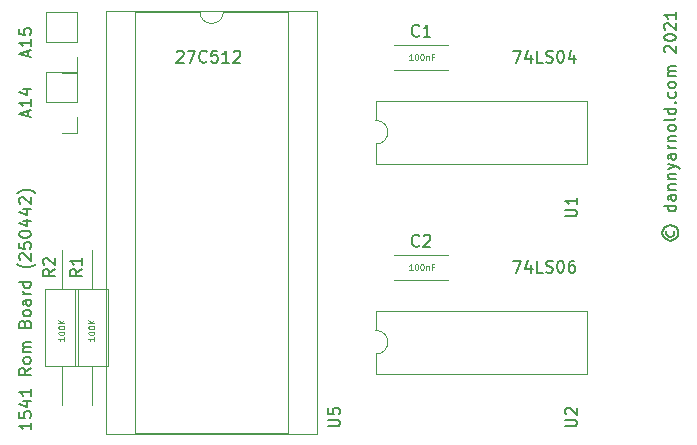
<source format=gbr>
%TF.GenerationSoftware,KiCad,Pcbnew,(5.1.9)-1*%
%TF.CreationDate,2021-07-20T08:15:42+01:00*%
%TF.ProjectId,romboard,726f6d62-6f61-4726-942e-6b696361645f,rev?*%
%TF.SameCoordinates,Original*%
%TF.FileFunction,Legend,Top*%
%TF.FilePolarity,Positive*%
%FSLAX46Y46*%
G04 Gerber Fmt 4.6, Leading zero omitted, Abs format (unit mm)*
G04 Created by KiCad (PCBNEW (5.1.9)-1) date 2021-07-20 08:15:42*
%MOMM*%
%LPD*%
G01*
G04 APERTURE LIST*
%ADD10C,0.125000*%
%ADD11C,0.150000*%
%ADD12C,0.120000*%
G04 APERTURE END LIST*
D10*
X88435310Y-89739873D02*
X88435310Y-90025587D01*
X88435310Y-89882730D02*
X87935310Y-89882730D01*
X88006739Y-89930349D01*
X88054358Y-89977968D01*
X88078167Y-90025587D01*
X87935310Y-89430349D02*
X87935310Y-89382730D01*
X87959120Y-89335111D01*
X87982929Y-89311301D01*
X88030548Y-89287492D01*
X88125786Y-89263682D01*
X88244834Y-89263682D01*
X88340072Y-89287492D01*
X88387691Y-89311301D01*
X88411500Y-89335111D01*
X88435310Y-89382730D01*
X88435310Y-89430349D01*
X88411500Y-89477968D01*
X88387691Y-89501778D01*
X88340072Y-89525587D01*
X88244834Y-89549397D01*
X88125786Y-89549397D01*
X88030548Y-89525587D01*
X87982929Y-89501778D01*
X87959120Y-89477968D01*
X87935310Y-89430349D01*
X87935310Y-88954159D02*
X87935310Y-88906540D01*
X87959120Y-88858920D01*
X87982929Y-88835111D01*
X88030548Y-88811301D01*
X88125786Y-88787492D01*
X88244834Y-88787492D01*
X88340072Y-88811301D01*
X88387691Y-88835111D01*
X88411500Y-88858920D01*
X88435310Y-88906540D01*
X88435310Y-88954159D01*
X88411500Y-89001778D01*
X88387691Y-89025587D01*
X88340072Y-89049397D01*
X88244834Y-89073206D01*
X88125786Y-89073206D01*
X88030548Y-89049397D01*
X87982929Y-89025587D01*
X87959120Y-89001778D01*
X87935310Y-88954159D01*
X88435310Y-88573206D02*
X87935310Y-88573206D01*
X88435310Y-88287492D02*
X88149596Y-88501778D01*
X87935310Y-88287492D02*
X88221024Y-88573206D01*
X90975310Y-89739873D02*
X90975310Y-90025587D01*
X90975310Y-89882730D02*
X90475310Y-89882730D01*
X90546739Y-89930349D01*
X90594358Y-89977968D01*
X90618167Y-90025587D01*
X90475310Y-89430349D02*
X90475310Y-89382730D01*
X90499120Y-89335111D01*
X90522929Y-89311301D01*
X90570548Y-89287492D01*
X90665786Y-89263682D01*
X90784834Y-89263682D01*
X90880072Y-89287492D01*
X90927691Y-89311301D01*
X90951500Y-89335111D01*
X90975310Y-89382730D01*
X90975310Y-89430349D01*
X90951500Y-89477968D01*
X90927691Y-89501778D01*
X90880072Y-89525587D01*
X90784834Y-89549397D01*
X90665786Y-89549397D01*
X90570548Y-89525587D01*
X90522929Y-89501778D01*
X90499120Y-89477968D01*
X90475310Y-89430349D01*
X90475310Y-88954159D02*
X90475310Y-88906540D01*
X90499120Y-88858920D01*
X90522929Y-88835111D01*
X90570548Y-88811301D01*
X90665786Y-88787492D01*
X90784834Y-88787492D01*
X90880072Y-88811301D01*
X90927691Y-88835111D01*
X90951500Y-88858920D01*
X90975310Y-88906540D01*
X90975310Y-88954159D01*
X90951500Y-89001778D01*
X90927691Y-89025587D01*
X90880072Y-89049397D01*
X90784834Y-89073206D01*
X90665786Y-89073206D01*
X90570548Y-89049397D01*
X90522929Y-89025587D01*
X90499120Y-89001778D01*
X90475310Y-88954159D01*
X90975310Y-88573206D02*
X90475310Y-88573206D01*
X90975310Y-88287492D02*
X90689596Y-88501778D01*
X90475310Y-88287492D02*
X90761024Y-88573206D01*
X117915310Y-84048730D02*
X117629596Y-84048730D01*
X117772453Y-84048730D02*
X117772453Y-83548730D01*
X117724834Y-83620159D01*
X117677215Y-83667778D01*
X117629596Y-83691587D01*
X118224834Y-83548730D02*
X118272453Y-83548730D01*
X118320072Y-83572540D01*
X118343881Y-83596349D01*
X118367691Y-83643968D01*
X118391500Y-83739206D01*
X118391500Y-83858254D01*
X118367691Y-83953492D01*
X118343881Y-84001111D01*
X118320072Y-84024920D01*
X118272453Y-84048730D01*
X118224834Y-84048730D01*
X118177215Y-84024920D01*
X118153405Y-84001111D01*
X118129596Y-83953492D01*
X118105786Y-83858254D01*
X118105786Y-83739206D01*
X118129596Y-83643968D01*
X118153405Y-83596349D01*
X118177215Y-83572540D01*
X118224834Y-83548730D01*
X118701024Y-83548730D02*
X118748643Y-83548730D01*
X118796262Y-83572540D01*
X118820072Y-83596349D01*
X118843881Y-83643968D01*
X118867691Y-83739206D01*
X118867691Y-83858254D01*
X118843881Y-83953492D01*
X118820072Y-84001111D01*
X118796262Y-84024920D01*
X118748643Y-84048730D01*
X118701024Y-84048730D01*
X118653405Y-84024920D01*
X118629596Y-84001111D01*
X118605786Y-83953492D01*
X118581977Y-83858254D01*
X118581977Y-83739206D01*
X118605786Y-83643968D01*
X118629596Y-83596349D01*
X118653405Y-83572540D01*
X118701024Y-83548730D01*
X119081977Y-83715397D02*
X119081977Y-84048730D01*
X119081977Y-83763016D02*
X119105786Y-83739206D01*
X119153405Y-83715397D01*
X119224834Y-83715397D01*
X119272453Y-83739206D01*
X119296262Y-83786825D01*
X119296262Y-84048730D01*
X119701024Y-83786825D02*
X119534358Y-83786825D01*
X119534358Y-84048730D02*
X119534358Y-83548730D01*
X119772453Y-83548730D01*
X117915310Y-66268730D02*
X117629596Y-66268730D01*
X117772453Y-66268730D02*
X117772453Y-65768730D01*
X117724834Y-65840159D01*
X117677215Y-65887778D01*
X117629596Y-65911587D01*
X118224834Y-65768730D02*
X118272453Y-65768730D01*
X118320072Y-65792540D01*
X118343881Y-65816349D01*
X118367691Y-65863968D01*
X118391500Y-65959206D01*
X118391500Y-66078254D01*
X118367691Y-66173492D01*
X118343881Y-66221111D01*
X118320072Y-66244920D01*
X118272453Y-66268730D01*
X118224834Y-66268730D01*
X118177215Y-66244920D01*
X118153405Y-66221111D01*
X118129596Y-66173492D01*
X118105786Y-66078254D01*
X118105786Y-65959206D01*
X118129596Y-65863968D01*
X118153405Y-65816349D01*
X118177215Y-65792540D01*
X118224834Y-65768730D01*
X118701024Y-65768730D02*
X118748643Y-65768730D01*
X118796262Y-65792540D01*
X118820072Y-65816349D01*
X118843881Y-65863968D01*
X118867691Y-65959206D01*
X118867691Y-66078254D01*
X118843881Y-66173492D01*
X118820072Y-66221111D01*
X118796262Y-66244920D01*
X118748643Y-66268730D01*
X118701024Y-66268730D01*
X118653405Y-66244920D01*
X118629596Y-66221111D01*
X118605786Y-66173492D01*
X118581977Y-66078254D01*
X118581977Y-65959206D01*
X118605786Y-65863968D01*
X118629596Y-65816349D01*
X118653405Y-65792540D01*
X118701024Y-65768730D01*
X119081977Y-65935397D02*
X119081977Y-66268730D01*
X119081977Y-65983016D02*
X119105786Y-65959206D01*
X119153405Y-65935397D01*
X119224834Y-65935397D01*
X119272453Y-65959206D01*
X119296262Y-66006825D01*
X119296262Y-66268730D01*
X119701024Y-66006825D02*
X119534358Y-66006825D01*
X119534358Y-66268730D02*
X119534358Y-65768730D01*
X119772453Y-65768730D01*
D11*
X126460262Y-83274920D02*
X127126929Y-83274920D01*
X126698358Y-84274920D01*
X127936453Y-83608254D02*
X127936453Y-84274920D01*
X127698358Y-83227301D02*
X127460262Y-83941587D01*
X128079310Y-83941587D01*
X128936453Y-84274920D02*
X128460262Y-84274920D01*
X128460262Y-83274920D01*
X129222167Y-84227301D02*
X129365024Y-84274920D01*
X129603120Y-84274920D01*
X129698358Y-84227301D01*
X129745977Y-84179682D01*
X129793596Y-84084444D01*
X129793596Y-83989206D01*
X129745977Y-83893968D01*
X129698358Y-83846349D01*
X129603120Y-83798730D01*
X129412643Y-83751111D01*
X129317405Y-83703492D01*
X129269786Y-83655873D01*
X129222167Y-83560635D01*
X129222167Y-83465397D01*
X129269786Y-83370159D01*
X129317405Y-83322540D01*
X129412643Y-83274920D01*
X129650739Y-83274920D01*
X129793596Y-83322540D01*
X130412643Y-83274920D02*
X130507881Y-83274920D01*
X130603120Y-83322540D01*
X130650739Y-83370159D01*
X130698358Y-83465397D01*
X130745977Y-83655873D01*
X130745977Y-83893968D01*
X130698358Y-84084444D01*
X130650739Y-84179682D01*
X130603120Y-84227301D01*
X130507881Y-84274920D01*
X130412643Y-84274920D01*
X130317405Y-84227301D01*
X130269786Y-84179682D01*
X130222167Y-84084444D01*
X130174548Y-83893968D01*
X130174548Y-83655873D01*
X130222167Y-83465397D01*
X130269786Y-83370159D01*
X130317405Y-83322540D01*
X130412643Y-83274920D01*
X131603120Y-83274920D02*
X131412643Y-83274920D01*
X131317405Y-83322540D01*
X131269786Y-83370159D01*
X131174548Y-83513016D01*
X131126929Y-83703492D01*
X131126929Y-84084444D01*
X131174548Y-84179682D01*
X131222167Y-84227301D01*
X131317405Y-84274920D01*
X131507881Y-84274920D01*
X131603120Y-84227301D01*
X131650739Y-84179682D01*
X131698358Y-84084444D01*
X131698358Y-83846349D01*
X131650739Y-83751111D01*
X131603120Y-83703492D01*
X131507881Y-83655873D01*
X131317405Y-83655873D01*
X131222167Y-83703492D01*
X131174548Y-83751111D01*
X131126929Y-83846349D01*
X126460262Y-65494920D02*
X127126929Y-65494920D01*
X126698358Y-66494920D01*
X127936453Y-65828254D02*
X127936453Y-66494920D01*
X127698358Y-65447301D02*
X127460262Y-66161587D01*
X128079310Y-66161587D01*
X128936453Y-66494920D02*
X128460262Y-66494920D01*
X128460262Y-65494920D01*
X129222167Y-66447301D02*
X129365024Y-66494920D01*
X129603120Y-66494920D01*
X129698358Y-66447301D01*
X129745977Y-66399682D01*
X129793596Y-66304444D01*
X129793596Y-66209206D01*
X129745977Y-66113968D01*
X129698358Y-66066349D01*
X129603120Y-66018730D01*
X129412643Y-65971111D01*
X129317405Y-65923492D01*
X129269786Y-65875873D01*
X129222167Y-65780635D01*
X129222167Y-65685397D01*
X129269786Y-65590159D01*
X129317405Y-65542540D01*
X129412643Y-65494920D01*
X129650739Y-65494920D01*
X129793596Y-65542540D01*
X130412643Y-65494920D02*
X130507881Y-65494920D01*
X130603120Y-65542540D01*
X130650739Y-65590159D01*
X130698358Y-65685397D01*
X130745977Y-65875873D01*
X130745977Y-66113968D01*
X130698358Y-66304444D01*
X130650739Y-66399682D01*
X130603120Y-66447301D01*
X130507881Y-66494920D01*
X130412643Y-66494920D01*
X130317405Y-66447301D01*
X130269786Y-66399682D01*
X130222167Y-66304444D01*
X130174548Y-66113968D01*
X130174548Y-65875873D01*
X130222167Y-65685397D01*
X130269786Y-65590159D01*
X130317405Y-65542540D01*
X130412643Y-65494920D01*
X131603120Y-65828254D02*
X131603120Y-66494920D01*
X131365024Y-65447301D02*
X131126929Y-66161587D01*
X131745977Y-66161587D01*
X97964643Y-65590159D02*
X98012262Y-65542540D01*
X98107500Y-65494920D01*
X98345596Y-65494920D01*
X98440834Y-65542540D01*
X98488453Y-65590159D01*
X98536072Y-65685397D01*
X98536072Y-65780635D01*
X98488453Y-65923492D01*
X97917024Y-66494920D01*
X98536072Y-66494920D01*
X98869405Y-65494920D02*
X99536072Y-65494920D01*
X99107500Y-66494920D01*
X100488453Y-66399682D02*
X100440834Y-66447301D01*
X100297977Y-66494920D01*
X100202739Y-66494920D01*
X100059881Y-66447301D01*
X99964643Y-66352063D01*
X99917024Y-66256825D01*
X99869405Y-66066349D01*
X99869405Y-65923492D01*
X99917024Y-65733016D01*
X99964643Y-65637778D01*
X100059881Y-65542540D01*
X100202739Y-65494920D01*
X100297977Y-65494920D01*
X100440834Y-65542540D01*
X100488453Y-65590159D01*
X101393215Y-65494920D02*
X100917024Y-65494920D01*
X100869405Y-65971111D01*
X100917024Y-65923492D01*
X101012262Y-65875873D01*
X101250358Y-65875873D01*
X101345596Y-65923492D01*
X101393215Y-65971111D01*
X101440834Y-66066349D01*
X101440834Y-66304444D01*
X101393215Y-66399682D01*
X101345596Y-66447301D01*
X101250358Y-66494920D01*
X101012262Y-66494920D01*
X100917024Y-66447301D01*
X100869405Y-66399682D01*
X102393215Y-66494920D02*
X101821786Y-66494920D01*
X102107500Y-66494920D02*
X102107500Y-65494920D01*
X102012262Y-65637778D01*
X101917024Y-65733016D01*
X101821786Y-65780635D01*
X102774167Y-65590159D02*
X102821786Y-65542540D01*
X102917024Y-65494920D01*
X103155120Y-65494920D01*
X103250358Y-65542540D01*
X103297977Y-65590159D01*
X103345596Y-65685397D01*
X103345596Y-65780635D01*
X103297977Y-65923492D01*
X102726548Y-66494920D01*
X103345596Y-66494920D01*
X139461596Y-80717873D02*
X139413977Y-80813111D01*
X139413977Y-81003587D01*
X139461596Y-81098825D01*
X139556834Y-81194063D01*
X139652072Y-81241682D01*
X139842548Y-81241682D01*
X139937786Y-81194063D01*
X140033024Y-81098825D01*
X140080643Y-81003587D01*
X140080643Y-80813111D01*
X140033024Y-80717873D01*
X139080643Y-80908349D02*
X139128262Y-81146444D01*
X139271120Y-81384540D01*
X139509215Y-81527397D01*
X139747310Y-81575016D01*
X139985405Y-81527397D01*
X140223500Y-81384540D01*
X140366358Y-81146444D01*
X140413977Y-80908349D01*
X140366358Y-80670254D01*
X140223500Y-80432159D01*
X139985405Y-80289301D01*
X139747310Y-80241682D01*
X139509215Y-80289301D01*
X139271120Y-80432159D01*
X139128262Y-80670254D01*
X139080643Y-80908349D01*
X140223500Y-78622635D02*
X139223500Y-78622635D01*
X140175881Y-78622635D02*
X140223500Y-78717873D01*
X140223500Y-78908349D01*
X140175881Y-79003587D01*
X140128262Y-79051206D01*
X140033024Y-79098825D01*
X139747310Y-79098825D01*
X139652072Y-79051206D01*
X139604453Y-79003587D01*
X139556834Y-78908349D01*
X139556834Y-78717873D01*
X139604453Y-78622635D01*
X140223500Y-77717873D02*
X139699691Y-77717873D01*
X139604453Y-77765492D01*
X139556834Y-77860730D01*
X139556834Y-78051206D01*
X139604453Y-78146444D01*
X140175881Y-77717873D02*
X140223500Y-77813111D01*
X140223500Y-78051206D01*
X140175881Y-78146444D01*
X140080643Y-78194063D01*
X139985405Y-78194063D01*
X139890167Y-78146444D01*
X139842548Y-78051206D01*
X139842548Y-77813111D01*
X139794929Y-77717873D01*
X139556834Y-77241682D02*
X140223500Y-77241682D01*
X139652072Y-77241682D02*
X139604453Y-77194063D01*
X139556834Y-77098825D01*
X139556834Y-76955968D01*
X139604453Y-76860730D01*
X139699691Y-76813111D01*
X140223500Y-76813111D01*
X139556834Y-76336920D02*
X140223500Y-76336920D01*
X139652072Y-76336920D02*
X139604453Y-76289301D01*
X139556834Y-76194063D01*
X139556834Y-76051206D01*
X139604453Y-75955968D01*
X139699691Y-75908349D01*
X140223500Y-75908349D01*
X139556834Y-75527397D02*
X140223500Y-75289301D01*
X139556834Y-75051206D02*
X140223500Y-75289301D01*
X140461596Y-75384540D01*
X140509215Y-75432159D01*
X140556834Y-75527397D01*
X140223500Y-74241682D02*
X139699691Y-74241682D01*
X139604453Y-74289301D01*
X139556834Y-74384540D01*
X139556834Y-74575016D01*
X139604453Y-74670254D01*
X140175881Y-74241682D02*
X140223500Y-74336920D01*
X140223500Y-74575016D01*
X140175881Y-74670254D01*
X140080643Y-74717873D01*
X139985405Y-74717873D01*
X139890167Y-74670254D01*
X139842548Y-74575016D01*
X139842548Y-74336920D01*
X139794929Y-74241682D01*
X140223500Y-73765492D02*
X139556834Y-73765492D01*
X139747310Y-73765492D02*
X139652072Y-73717873D01*
X139604453Y-73670254D01*
X139556834Y-73575016D01*
X139556834Y-73479778D01*
X139556834Y-73146444D02*
X140223500Y-73146444D01*
X139652072Y-73146444D02*
X139604453Y-73098825D01*
X139556834Y-73003587D01*
X139556834Y-72860730D01*
X139604453Y-72765492D01*
X139699691Y-72717873D01*
X140223500Y-72717873D01*
X140223500Y-72098825D02*
X140175881Y-72194063D01*
X140128262Y-72241682D01*
X140033024Y-72289301D01*
X139747310Y-72289301D01*
X139652072Y-72241682D01*
X139604453Y-72194063D01*
X139556834Y-72098825D01*
X139556834Y-71955968D01*
X139604453Y-71860730D01*
X139652072Y-71813111D01*
X139747310Y-71765492D01*
X140033024Y-71765492D01*
X140128262Y-71813111D01*
X140175881Y-71860730D01*
X140223500Y-71955968D01*
X140223500Y-72098825D01*
X140223500Y-71194063D02*
X140175881Y-71289301D01*
X140080643Y-71336920D01*
X139223500Y-71336920D01*
X140223500Y-70384540D02*
X139223500Y-70384540D01*
X140175881Y-70384540D02*
X140223500Y-70479778D01*
X140223500Y-70670254D01*
X140175881Y-70765492D01*
X140128262Y-70813111D01*
X140033024Y-70860730D01*
X139747310Y-70860730D01*
X139652072Y-70813111D01*
X139604453Y-70765492D01*
X139556834Y-70670254D01*
X139556834Y-70479778D01*
X139604453Y-70384540D01*
X140128262Y-69908349D02*
X140175881Y-69860730D01*
X140223500Y-69908349D01*
X140175881Y-69955968D01*
X140128262Y-69908349D01*
X140223500Y-69908349D01*
X140175881Y-69003587D02*
X140223500Y-69098825D01*
X140223500Y-69289301D01*
X140175881Y-69384540D01*
X140128262Y-69432159D01*
X140033024Y-69479778D01*
X139747310Y-69479778D01*
X139652072Y-69432159D01*
X139604453Y-69384540D01*
X139556834Y-69289301D01*
X139556834Y-69098825D01*
X139604453Y-69003587D01*
X140223500Y-68432159D02*
X140175881Y-68527397D01*
X140128262Y-68575016D01*
X140033024Y-68622635D01*
X139747310Y-68622635D01*
X139652072Y-68575016D01*
X139604453Y-68527397D01*
X139556834Y-68432159D01*
X139556834Y-68289301D01*
X139604453Y-68194063D01*
X139652072Y-68146444D01*
X139747310Y-68098825D01*
X140033024Y-68098825D01*
X140128262Y-68146444D01*
X140175881Y-68194063D01*
X140223500Y-68289301D01*
X140223500Y-68432159D01*
X140223500Y-67670254D02*
X139556834Y-67670254D01*
X139652072Y-67670254D02*
X139604453Y-67622635D01*
X139556834Y-67527397D01*
X139556834Y-67384540D01*
X139604453Y-67289301D01*
X139699691Y-67241682D01*
X140223500Y-67241682D01*
X139699691Y-67241682D02*
X139604453Y-67194063D01*
X139556834Y-67098825D01*
X139556834Y-66955968D01*
X139604453Y-66860730D01*
X139699691Y-66813111D01*
X140223500Y-66813111D01*
X139318739Y-65622635D02*
X139271120Y-65575016D01*
X139223500Y-65479778D01*
X139223500Y-65241682D01*
X139271120Y-65146444D01*
X139318739Y-65098825D01*
X139413977Y-65051206D01*
X139509215Y-65051206D01*
X139652072Y-65098825D01*
X140223500Y-65670254D01*
X140223500Y-65051206D01*
X139223500Y-64432159D02*
X139223500Y-64336920D01*
X139271120Y-64241682D01*
X139318739Y-64194063D01*
X139413977Y-64146444D01*
X139604453Y-64098825D01*
X139842548Y-64098825D01*
X140033024Y-64146444D01*
X140128262Y-64194063D01*
X140175881Y-64241682D01*
X140223500Y-64336920D01*
X140223500Y-64432159D01*
X140175881Y-64527397D01*
X140128262Y-64575016D01*
X140033024Y-64622635D01*
X139842548Y-64670254D01*
X139604453Y-64670254D01*
X139413977Y-64622635D01*
X139318739Y-64575016D01*
X139271120Y-64527397D01*
X139223500Y-64432159D01*
X139318739Y-63717873D02*
X139271120Y-63670254D01*
X139223500Y-63575016D01*
X139223500Y-63336920D01*
X139271120Y-63241682D01*
X139318739Y-63194063D01*
X139413977Y-63146444D01*
X139509215Y-63146444D01*
X139652072Y-63194063D01*
X140223500Y-63765492D01*
X140223500Y-63146444D01*
X140223500Y-62194063D02*
X140223500Y-62765492D01*
X140223500Y-62479778D02*
X139223500Y-62479778D01*
X139366358Y-62575016D01*
X139461596Y-62670254D01*
X139509215Y-62765492D01*
X85613500Y-96973778D02*
X85613500Y-97545206D01*
X85613500Y-97259492D02*
X84613500Y-97259492D01*
X84756358Y-97354730D01*
X84851596Y-97449968D01*
X84899215Y-97545206D01*
X84613500Y-96069016D02*
X84613500Y-96545206D01*
X85089691Y-96592825D01*
X85042072Y-96545206D01*
X84994453Y-96449968D01*
X84994453Y-96211873D01*
X85042072Y-96116635D01*
X85089691Y-96069016D01*
X85184929Y-96021397D01*
X85423024Y-96021397D01*
X85518262Y-96069016D01*
X85565881Y-96116635D01*
X85613500Y-96211873D01*
X85613500Y-96449968D01*
X85565881Y-96545206D01*
X85518262Y-96592825D01*
X84946834Y-95164254D02*
X85613500Y-95164254D01*
X84565881Y-95402349D02*
X85280167Y-95640444D01*
X85280167Y-95021397D01*
X85613500Y-94116635D02*
X85613500Y-94688063D01*
X85613500Y-94402349D02*
X84613500Y-94402349D01*
X84756358Y-94497587D01*
X84851596Y-94592825D01*
X84899215Y-94688063D01*
X85613500Y-92354730D02*
X85137310Y-92688063D01*
X85613500Y-92926159D02*
X84613500Y-92926159D01*
X84613500Y-92545206D01*
X84661120Y-92449968D01*
X84708739Y-92402349D01*
X84803977Y-92354730D01*
X84946834Y-92354730D01*
X85042072Y-92402349D01*
X85089691Y-92449968D01*
X85137310Y-92545206D01*
X85137310Y-92926159D01*
X85613500Y-91783301D02*
X85565881Y-91878540D01*
X85518262Y-91926159D01*
X85423024Y-91973778D01*
X85137310Y-91973778D01*
X85042072Y-91926159D01*
X84994453Y-91878540D01*
X84946834Y-91783301D01*
X84946834Y-91640444D01*
X84994453Y-91545206D01*
X85042072Y-91497587D01*
X85137310Y-91449968D01*
X85423024Y-91449968D01*
X85518262Y-91497587D01*
X85565881Y-91545206D01*
X85613500Y-91640444D01*
X85613500Y-91783301D01*
X85613500Y-91021397D02*
X84946834Y-91021397D01*
X85042072Y-91021397D02*
X84994453Y-90973778D01*
X84946834Y-90878540D01*
X84946834Y-90735682D01*
X84994453Y-90640444D01*
X85089691Y-90592825D01*
X85613500Y-90592825D01*
X85089691Y-90592825D02*
X84994453Y-90545206D01*
X84946834Y-90449968D01*
X84946834Y-90307111D01*
X84994453Y-90211873D01*
X85089691Y-90164254D01*
X85613500Y-90164254D01*
X85089691Y-88592825D02*
X85137310Y-88449968D01*
X85184929Y-88402349D01*
X85280167Y-88354730D01*
X85423024Y-88354730D01*
X85518262Y-88402349D01*
X85565881Y-88449968D01*
X85613500Y-88545206D01*
X85613500Y-88926159D01*
X84613500Y-88926159D01*
X84613500Y-88592825D01*
X84661120Y-88497587D01*
X84708739Y-88449968D01*
X84803977Y-88402349D01*
X84899215Y-88402349D01*
X84994453Y-88449968D01*
X85042072Y-88497587D01*
X85089691Y-88592825D01*
X85089691Y-88926159D01*
X85613500Y-87783301D02*
X85565881Y-87878540D01*
X85518262Y-87926159D01*
X85423024Y-87973778D01*
X85137310Y-87973778D01*
X85042072Y-87926159D01*
X84994453Y-87878540D01*
X84946834Y-87783301D01*
X84946834Y-87640444D01*
X84994453Y-87545206D01*
X85042072Y-87497587D01*
X85137310Y-87449968D01*
X85423024Y-87449968D01*
X85518262Y-87497587D01*
X85565881Y-87545206D01*
X85613500Y-87640444D01*
X85613500Y-87783301D01*
X85613500Y-86592825D02*
X85089691Y-86592825D01*
X84994453Y-86640444D01*
X84946834Y-86735682D01*
X84946834Y-86926159D01*
X84994453Y-87021397D01*
X85565881Y-86592825D02*
X85613500Y-86688063D01*
X85613500Y-86926159D01*
X85565881Y-87021397D01*
X85470643Y-87069016D01*
X85375405Y-87069016D01*
X85280167Y-87021397D01*
X85232548Y-86926159D01*
X85232548Y-86688063D01*
X85184929Y-86592825D01*
X85613500Y-86116635D02*
X84946834Y-86116635D01*
X85137310Y-86116635D02*
X85042072Y-86069016D01*
X84994453Y-86021397D01*
X84946834Y-85926159D01*
X84946834Y-85830920D01*
X85613500Y-85069016D02*
X84613500Y-85069016D01*
X85565881Y-85069016D02*
X85613500Y-85164254D01*
X85613500Y-85354730D01*
X85565881Y-85449968D01*
X85518262Y-85497587D01*
X85423024Y-85545206D01*
X85137310Y-85545206D01*
X85042072Y-85497587D01*
X84994453Y-85449968D01*
X84946834Y-85354730D01*
X84946834Y-85164254D01*
X84994453Y-85069016D01*
X85994453Y-83545206D02*
X85946834Y-83592825D01*
X85803977Y-83688063D01*
X85708739Y-83735682D01*
X85565881Y-83783301D01*
X85327786Y-83830920D01*
X85137310Y-83830920D01*
X84899215Y-83783301D01*
X84756358Y-83735682D01*
X84661120Y-83688063D01*
X84518262Y-83592825D01*
X84470643Y-83545206D01*
X84708739Y-83211873D02*
X84661120Y-83164254D01*
X84613500Y-83069016D01*
X84613500Y-82830920D01*
X84661120Y-82735682D01*
X84708739Y-82688063D01*
X84803977Y-82640444D01*
X84899215Y-82640444D01*
X85042072Y-82688063D01*
X85613500Y-83259492D01*
X85613500Y-82640444D01*
X84613500Y-81735682D02*
X84613500Y-82211873D01*
X85089691Y-82259492D01*
X85042072Y-82211873D01*
X84994453Y-82116635D01*
X84994453Y-81878540D01*
X85042072Y-81783301D01*
X85089691Y-81735682D01*
X85184929Y-81688063D01*
X85423024Y-81688063D01*
X85518262Y-81735682D01*
X85565881Y-81783301D01*
X85613500Y-81878540D01*
X85613500Y-82116635D01*
X85565881Y-82211873D01*
X85518262Y-82259492D01*
X84613500Y-81069016D02*
X84613500Y-80973778D01*
X84661120Y-80878540D01*
X84708739Y-80830920D01*
X84803977Y-80783301D01*
X84994453Y-80735682D01*
X85232548Y-80735682D01*
X85423024Y-80783301D01*
X85518262Y-80830920D01*
X85565881Y-80878540D01*
X85613500Y-80973778D01*
X85613500Y-81069016D01*
X85565881Y-81164254D01*
X85518262Y-81211873D01*
X85423024Y-81259492D01*
X85232548Y-81307111D01*
X84994453Y-81307111D01*
X84803977Y-81259492D01*
X84708739Y-81211873D01*
X84661120Y-81164254D01*
X84613500Y-81069016D01*
X84946834Y-79878540D02*
X85613500Y-79878540D01*
X84565881Y-80116635D02*
X85280167Y-80354730D01*
X85280167Y-79735682D01*
X84946834Y-78926159D02*
X85613500Y-78926159D01*
X84565881Y-79164254D02*
X85280167Y-79402349D01*
X85280167Y-78783301D01*
X84708739Y-78449968D02*
X84661120Y-78402349D01*
X84613500Y-78307111D01*
X84613500Y-78069016D01*
X84661120Y-77973778D01*
X84708739Y-77926159D01*
X84803977Y-77878540D01*
X84899215Y-77878540D01*
X85042072Y-77926159D01*
X85613500Y-78497587D01*
X85613500Y-77878540D01*
X85994453Y-77545206D02*
X85946834Y-77497587D01*
X85803977Y-77402349D01*
X85708739Y-77354730D01*
X85565881Y-77307111D01*
X85327786Y-77259492D01*
X85137310Y-77259492D01*
X84899215Y-77307111D01*
X84756358Y-77354730D01*
X84661120Y-77402349D01*
X84518262Y-77497587D01*
X84470643Y-77545206D01*
D12*
%TO.C,C2*%
X116379120Y-82752540D02*
X120919120Y-82752540D01*
X116379120Y-84892540D02*
X120919120Y-84892540D01*
X116379120Y-82752540D02*
X116379120Y-82767540D01*
X116379120Y-84877540D02*
X116379120Y-84892540D01*
X120919120Y-82752540D02*
X120919120Y-82767540D01*
X120919120Y-84877540D02*
X120919120Y-84892540D01*
%TO.C,C1*%
X116379120Y-64972540D02*
X120919120Y-64972540D01*
X116379120Y-67112540D02*
X120919120Y-67112540D01*
X116379120Y-64972540D02*
X116379120Y-64987540D01*
X116379120Y-67097540D02*
X116379120Y-67112540D01*
X120919120Y-64972540D02*
X120919120Y-64987540D01*
X120919120Y-67097540D02*
X120919120Y-67112540D01*
%TO.C,U5*%
X101909120Y-62172540D02*
G75*
G02*
X99909120Y-62172540I-1000000J0D01*
G01*
X99909120Y-62172540D02*
X94449120Y-62172540D01*
X94449120Y-62172540D02*
X94449120Y-97852540D01*
X94449120Y-97852540D02*
X107369120Y-97852540D01*
X107369120Y-97852540D02*
X107369120Y-62172540D01*
X107369120Y-62172540D02*
X101909120Y-62172540D01*
X91959120Y-62112540D02*
X91959120Y-97912540D01*
X91959120Y-97912540D02*
X109859120Y-97912540D01*
X109859120Y-97912540D02*
X109859120Y-62112540D01*
X109859120Y-62112540D02*
X91959120Y-62112540D01*
%TO.C,U2*%
X114819120Y-87522540D02*
X114819120Y-89172540D01*
X132719120Y-87522540D02*
X114819120Y-87522540D01*
X132719120Y-92822540D02*
X132719120Y-87522540D01*
X114819120Y-92822540D02*
X132719120Y-92822540D01*
X114819120Y-91172540D02*
X114819120Y-92822540D01*
X114819120Y-89172540D02*
G75*
G02*
X114819120Y-91172540I0J-1000000D01*
G01*
%TO.C,U1*%
X114819120Y-69742540D02*
X114819120Y-71392540D01*
X132719120Y-69742540D02*
X114819120Y-69742540D01*
X132719120Y-75042540D02*
X132719120Y-69742540D01*
X114819120Y-75042540D02*
X132719120Y-75042540D01*
X114819120Y-73392540D02*
X114819120Y-75042540D01*
X114819120Y-71392540D02*
G75*
G02*
X114819120Y-73392540I0J-1000000D01*
G01*
%TO.C,R2*%
X88209120Y-82322540D02*
X88209120Y-85632540D01*
X88209120Y-95482540D02*
X88209120Y-92172540D01*
X86839120Y-85632540D02*
X86839120Y-92172540D01*
X89579120Y-85632540D02*
X86839120Y-85632540D01*
X89579120Y-92172540D02*
X89579120Y-85632540D01*
X86839120Y-92172540D02*
X89579120Y-92172540D01*
%TO.C,R1*%
X90749120Y-82322540D02*
X90749120Y-85632540D01*
X90749120Y-95482540D02*
X90749120Y-92172540D01*
X89379120Y-85632540D02*
X89379120Y-92172540D01*
X92119120Y-85632540D02*
X89379120Y-85632540D01*
X92119120Y-92172540D02*
X92119120Y-85632540D01*
X89379120Y-92172540D02*
X92119120Y-92172540D01*
%TO.C,A15*%
X89539120Y-67372540D02*
X88209120Y-67372540D01*
X89539120Y-66042540D02*
X89539120Y-67372540D01*
X89539120Y-64772540D02*
X86879120Y-64772540D01*
X86879120Y-64772540D02*
X86879120Y-62172540D01*
X89539120Y-64772540D02*
X89539120Y-62172540D01*
X89539120Y-62172540D02*
X86879120Y-62172540D01*
%TO.C,A14*%
X89539120Y-72452540D02*
X88209120Y-72452540D01*
X89539120Y-71122540D02*
X89539120Y-72452540D01*
X89539120Y-69852540D02*
X86879120Y-69852540D01*
X86879120Y-69852540D02*
X86879120Y-67252540D01*
X89539120Y-69852540D02*
X89539120Y-67252540D01*
X89539120Y-67252540D02*
X86879120Y-67252540D01*
%TO.C,C2*%
D11*
X118482453Y-81979682D02*
X118434834Y-82027301D01*
X118291977Y-82074920D01*
X118196739Y-82074920D01*
X118053881Y-82027301D01*
X117958643Y-81932063D01*
X117911024Y-81836825D01*
X117863405Y-81646349D01*
X117863405Y-81503492D01*
X117911024Y-81313016D01*
X117958643Y-81217778D01*
X118053881Y-81122540D01*
X118196739Y-81074920D01*
X118291977Y-81074920D01*
X118434834Y-81122540D01*
X118482453Y-81170159D01*
X118863405Y-81170159D02*
X118911024Y-81122540D01*
X119006262Y-81074920D01*
X119244358Y-81074920D01*
X119339596Y-81122540D01*
X119387215Y-81170159D01*
X119434834Y-81265397D01*
X119434834Y-81360635D01*
X119387215Y-81503492D01*
X118815786Y-82074920D01*
X119434834Y-82074920D01*
%TO.C,C1*%
X118482453Y-64199682D02*
X118434834Y-64247301D01*
X118291977Y-64294920D01*
X118196739Y-64294920D01*
X118053881Y-64247301D01*
X117958643Y-64152063D01*
X117911024Y-64056825D01*
X117863405Y-63866349D01*
X117863405Y-63723492D01*
X117911024Y-63533016D01*
X117958643Y-63437778D01*
X118053881Y-63342540D01*
X118196739Y-63294920D01*
X118291977Y-63294920D01*
X118434834Y-63342540D01*
X118482453Y-63390159D01*
X119434834Y-64294920D02*
X118863405Y-64294920D01*
X119149120Y-64294920D02*
X119149120Y-63294920D01*
X119053881Y-63437778D01*
X118958643Y-63533016D01*
X118863405Y-63580635D01*
%TO.C,U5*%
X110775500Y-97284444D02*
X111585024Y-97284444D01*
X111680262Y-97236825D01*
X111727881Y-97189206D01*
X111775500Y-97093968D01*
X111775500Y-96903492D01*
X111727881Y-96808254D01*
X111680262Y-96760635D01*
X111585024Y-96713016D01*
X110775500Y-96713016D01*
X110775500Y-95760635D02*
X110775500Y-96236825D01*
X111251691Y-96284444D01*
X111204072Y-96236825D01*
X111156453Y-96141587D01*
X111156453Y-95903492D01*
X111204072Y-95808254D01*
X111251691Y-95760635D01*
X111346929Y-95713016D01*
X111585024Y-95713016D01*
X111680262Y-95760635D01*
X111727881Y-95808254D01*
X111775500Y-95903492D01*
X111775500Y-96141587D01*
X111727881Y-96236825D01*
X111680262Y-96284444D01*
%TO.C,U2*%
X130841500Y-97284444D02*
X131651024Y-97284444D01*
X131746262Y-97236825D01*
X131793881Y-97189206D01*
X131841500Y-97093968D01*
X131841500Y-96903492D01*
X131793881Y-96808254D01*
X131746262Y-96760635D01*
X131651024Y-96713016D01*
X130841500Y-96713016D01*
X130936739Y-96284444D02*
X130889120Y-96236825D01*
X130841500Y-96141587D01*
X130841500Y-95903492D01*
X130889120Y-95808254D01*
X130936739Y-95760635D01*
X131031977Y-95713016D01*
X131127215Y-95713016D01*
X131270072Y-95760635D01*
X131841500Y-96332063D01*
X131841500Y-95713016D01*
%TO.C,U1*%
X130841500Y-79504444D02*
X131651024Y-79504444D01*
X131746262Y-79456825D01*
X131793881Y-79409206D01*
X131841500Y-79313968D01*
X131841500Y-79123492D01*
X131793881Y-79028254D01*
X131746262Y-78980635D01*
X131651024Y-78933016D01*
X130841500Y-78933016D01*
X131841500Y-77933016D02*
X131841500Y-78504444D01*
X131841500Y-78218730D02*
X130841500Y-78218730D01*
X130984358Y-78313968D01*
X131079596Y-78409206D01*
X131127215Y-78504444D01*
%TO.C,R2*%
X87645500Y-83989206D02*
X87169310Y-84322540D01*
X87645500Y-84560635D02*
X86645500Y-84560635D01*
X86645500Y-84179682D01*
X86693120Y-84084444D01*
X86740739Y-84036825D01*
X86835977Y-83989206D01*
X86978834Y-83989206D01*
X87074072Y-84036825D01*
X87121691Y-84084444D01*
X87169310Y-84179682D01*
X87169310Y-84560635D01*
X86740739Y-83608254D02*
X86693120Y-83560635D01*
X86645500Y-83465397D01*
X86645500Y-83227301D01*
X86693120Y-83132063D01*
X86740739Y-83084444D01*
X86835977Y-83036825D01*
X86931215Y-83036825D01*
X87074072Y-83084444D01*
X87645500Y-83655873D01*
X87645500Y-83036825D01*
%TO.C,R1*%
X89931500Y-83989206D02*
X89455310Y-84322540D01*
X89931500Y-84560635D02*
X88931500Y-84560635D01*
X88931500Y-84179682D01*
X88979120Y-84084444D01*
X89026739Y-84036825D01*
X89121977Y-83989206D01*
X89264834Y-83989206D01*
X89360072Y-84036825D01*
X89407691Y-84084444D01*
X89455310Y-84179682D01*
X89455310Y-84560635D01*
X89931500Y-83036825D02*
X89931500Y-83608254D01*
X89931500Y-83322540D02*
X88931500Y-83322540D01*
X89074358Y-83417778D01*
X89169596Y-83513016D01*
X89217215Y-83608254D01*
%TO.C,A15*%
X85327786Y-65963016D02*
X85327786Y-65486825D01*
X85613500Y-66058254D02*
X84613500Y-65724920D01*
X85613500Y-65391587D01*
X85613500Y-64534444D02*
X85613500Y-65105873D01*
X85613500Y-64820159D02*
X84613500Y-64820159D01*
X84756358Y-64915397D01*
X84851596Y-65010635D01*
X84899215Y-65105873D01*
X84613500Y-63629682D02*
X84613500Y-64105873D01*
X85089691Y-64153492D01*
X85042072Y-64105873D01*
X84994453Y-64010635D01*
X84994453Y-63772540D01*
X85042072Y-63677301D01*
X85089691Y-63629682D01*
X85184929Y-63582063D01*
X85423024Y-63582063D01*
X85518262Y-63629682D01*
X85565881Y-63677301D01*
X85613500Y-63772540D01*
X85613500Y-64010635D01*
X85565881Y-64105873D01*
X85518262Y-64153492D01*
%TO.C,A14*%
X85327786Y-71043016D02*
X85327786Y-70566825D01*
X85613500Y-71138254D02*
X84613500Y-70804920D01*
X85613500Y-70471587D01*
X85613500Y-69614444D02*
X85613500Y-70185873D01*
X85613500Y-69900159D02*
X84613500Y-69900159D01*
X84756358Y-69995397D01*
X84851596Y-70090635D01*
X84899215Y-70185873D01*
X84946834Y-68757301D02*
X85613500Y-68757301D01*
X84565881Y-68995397D02*
X85280167Y-69233492D01*
X85280167Y-68614444D01*
%TD*%
M02*

</source>
